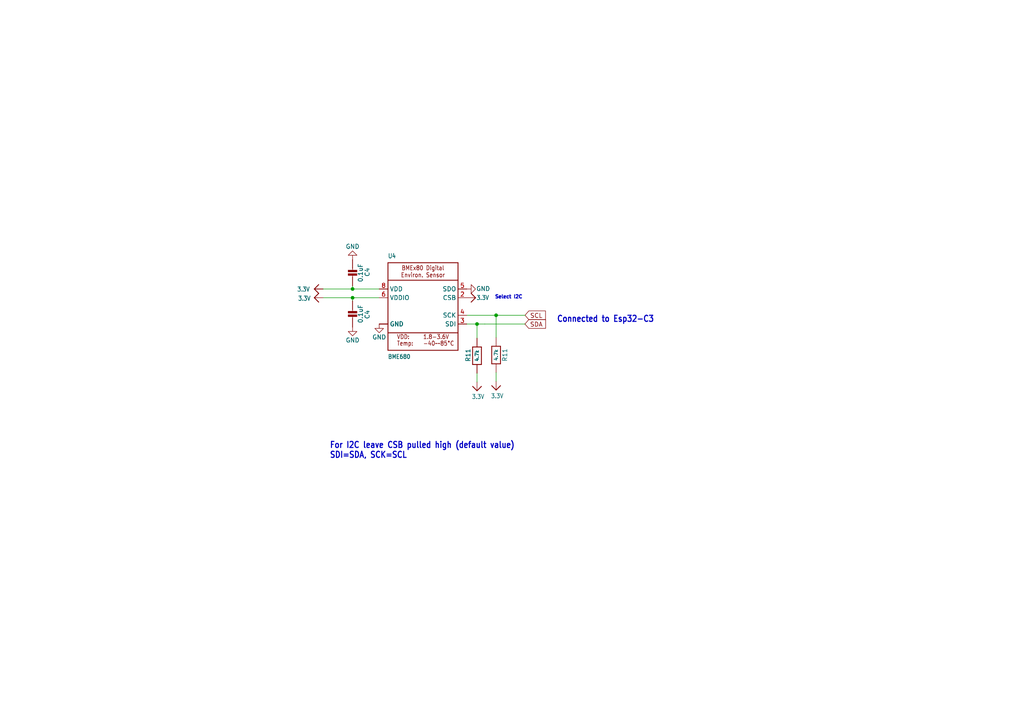
<source format=kicad_sch>
(kicad_sch (version 20230121) (generator eeschema)

  (uuid f3d46d3d-f2cd-44ff-aeb5-9ed2ed3032a0)

  (paper "A4")

  (lib_symbols
    (symbol "Adafruit BME680 Original-eagle-import:3.3V" (power) (in_bom yes) (on_board yes)
      (property "Reference" "" (at 0 0 0)
        (effects (font (size 1.27 1.27)) hide)
      )
      (property "Value" "3.3V" (at -1.524 1.016 0)
        (effects (font (size 1.27 1.0795)) (justify left bottom))
      )
      (property "Footprint" "" (at 0 0 0)
        (effects (font (size 1.27 1.27)) hide)
      )
      (property "Datasheet" "" (at 0 0 0)
        (effects (font (size 1.27 1.27)) hide)
      )
      (property "ki_locked" "" (at 0 0 0)
        (effects (font (size 1.27 1.27)))
      )
      (symbol "3.3V_1_0"
        (polyline
          (pts
            (xy -1.27 -1.27)
            (xy 0 0)
          )
          (stroke (width 0.254) (type solid))
          (fill (type none))
        )
        (polyline
          (pts
            (xy 0 0)
            (xy 1.27 -1.27)
          )
          (stroke (width 0.254) (type solid))
          (fill (type none))
        )
        (pin power_in line (at 0 -2.54 90) (length 2.54)
          (name "3.3V" (effects (font (size 0 0))))
          (number "1" (effects (font (size 0 0))))
        )
      )
    )
    (symbol "Adafruit BME680 Original-eagle-import:BME680" (in_bom yes) (on_board yes)
      (property "Reference" "IC" (at -10.16 13.97 0)
        (effects (font (size 1.27 1.0795)) (justify left bottom))
      )
      (property "Value" "" (at -10.16 -15.24 0)
        (effects (font (size 1.27 1.0795)) (justify left bottom))
      )
      (property "Footprint" "Adafruit BME680 Original:BME680" (at 0 0 0)
        (effects (font (size 1.27 1.27)) hide)
      )
      (property "Datasheet" "" (at 0 0 0)
        (effects (font (size 1.27 1.27)) hide)
      )
      (property "ki_locked" "" (at 0 0 0)
        (effects (font (size 1.27 1.27)))
      )
      (symbol "BME680_1_0"
        (polyline
          (pts
            (xy -10.16 -7.62)
            (xy -10.16 -12.7)
          )
          (stroke (width 0.254) (type solid))
          (fill (type none))
        )
        (polyline
          (pts
            (xy -10.16 -7.62)
            (xy -10.16 7.62)
          )
          (stroke (width 0.254) (type solid))
          (fill (type none))
        )
        (polyline
          (pts
            (xy -10.16 7.62)
            (xy 10.16 7.62)
          )
          (stroke (width 0.254) (type solid))
          (fill (type none))
        )
        (polyline
          (pts
            (xy -10.16 12.7)
            (xy -10.16 7.62)
          )
          (stroke (width 0.254) (type solid))
          (fill (type none))
        )
        (polyline
          (pts
            (xy -10.16 12.7)
            (xy 10.16 12.7)
          )
          (stroke (width 0.254) (type solid))
          (fill (type none))
        )
        (polyline
          (pts
            (xy 10.16 -12.7)
            (xy -10.16 -12.7)
          )
          (stroke (width 0.254) (type solid))
          (fill (type none))
        )
        (polyline
          (pts
            (xy 10.16 -7.62)
            (xy -10.16 -7.62)
          )
          (stroke (width 0.254) (type solid))
          (fill (type none))
        )
        (polyline
          (pts
            (xy 10.16 -7.62)
            (xy 10.16 -12.7)
          )
          (stroke (width 0.254) (type solid))
          (fill (type none))
        )
        (polyline
          (pts
            (xy 10.16 7.62)
            (xy 10.16 -7.62)
          )
          (stroke (width 0.254) (type solid))
          (fill (type none))
        )
        (polyline
          (pts
            (xy 10.16 12.7)
            (xy 10.16 7.62)
          )
          (stroke (width 0.254) (type solid))
          (fill (type none))
        )
        (text "-40~~85°C" (at 0 -11.43 0)
          (effects (font (size 1.27 1.0795)) (justify left bottom))
        )
        (text "1.8-3.6V" (at 0 -9.525 0)
          (effects (font (size 1.27 1.0795)) (justify left bottom))
        )
        (text "BMEx80 Digital\nEnviron. Sensor" (at 0 10.16 0)
          (effects (font (size 1.27 1.0795)))
        )
        (text "Temp:" (at -7.62 -11.43 0)
          (effects (font (size 1.27 1.0795)) (justify left bottom))
        )
        (text "VDD:" (at -7.62 -9.525 0)
          (effects (font (size 1.27 1.0795)) (justify left bottom))
        )
        (pin power_in line (at -12.7 -5.08 0) (length 2.54)
          (name "GND" (effects (font (size 1.27 1.27))))
          (number "1" (effects (font (size 0 0))))
        )
        (pin input line (at 12.7 2.54 180) (length 2.54)
          (name "CSB" (effects (font (size 1.27 1.27))))
          (number "2" (effects (font (size 1.27 1.27))))
        )
        (pin input line (at 12.7 -5.08 180) (length 2.54)
          (name "SDI" (effects (font (size 1.27 1.27))))
          (number "3" (effects (font (size 1.27 1.27))))
        )
        (pin input line (at 12.7 -2.54 180) (length 2.54)
          (name "SCK" (effects (font (size 1.27 1.27))))
          (number "4" (effects (font (size 1.27 1.27))))
        )
        (pin output line (at 12.7 5.08 180) (length 2.54)
          (name "SDO" (effects (font (size 1.27 1.27))))
          (number "5" (effects (font (size 1.27 1.27))))
        )
        (pin power_in line (at -12.7 2.54 0) (length 2.54)
          (name "VDDIO" (effects (font (size 1.27 1.27))))
          (number "6" (effects (font (size 1.27 1.27))))
        )
        (pin power_in line (at -12.7 -5.08 0) (length 2.54)
          (name "GND" (effects (font (size 1.27 1.27))))
          (number "7" (effects (font (size 0 0))))
        )
        (pin power_in line (at -12.7 5.08 0) (length 2.54)
          (name "VDD" (effects (font (size 1.27 1.27))))
          (number "8" (effects (font (size 1.27 1.27))))
        )
      )
    )
    (symbol "Adafruit BME680 Original-eagle-import:RESISTOR_0603_NOOUT" (in_bom yes) (on_board yes)
      (property "Reference" "R" (at 0 2.54 0)
        (effects (font (size 1.27 1.27)))
      )
      (property "Value" "" (at 0 0 0)
        (effects (font (size 1.016 1.016) bold))
      )
      (property "Footprint" "Adafruit BME680 Original:0603-NO" (at 0 0 0)
        (effects (font (size 1.27 1.27)) hide)
      )
      (property "Datasheet" "" (at 0 0 0)
        (effects (font (size 1.27 1.27)) hide)
      )
      (property "ki_locked" "" (at 0 0 0)
        (effects (font (size 1.27 1.27)))
      )
      (symbol "RESISTOR_0603_NOOUT_1_0"
        (polyline
          (pts
            (xy -2.54 -1.27)
            (xy -2.54 1.27)
          )
          (stroke (width 0.254) (type solid))
          (fill (type none))
        )
        (polyline
          (pts
            (xy -2.54 1.27)
            (xy 2.54 1.27)
          )
          (stroke (width 0.254) (type solid))
          (fill (type none))
        )
        (polyline
          (pts
            (xy 2.54 -1.27)
            (xy -2.54 -1.27)
          )
          (stroke (width 0.254) (type solid))
          (fill (type none))
        )
        (polyline
          (pts
            (xy 2.54 1.27)
            (xy 2.54 -1.27)
          )
          (stroke (width 0.254) (type solid))
          (fill (type none))
        )
        (pin passive line (at -5.08 0 0) (length 2.54)
          (name "1" (effects (font (size 0 0))))
          (number "1" (effects (font (size 0 0))))
        )
        (pin passive line (at 5.08 0 180) (length 2.54)
          (name "2" (effects (font (size 0 0))))
          (number "2" (effects (font (size 0 0))))
        )
      )
    )
    (symbol "Adafruit QT Py ESP32-C3-eagle-import:CAP_CERAMIC_0402NO" (in_bom yes) (on_board yes)
      (property "Reference" "C" (at -2.29 1.25 90)
        (effects (font (size 1.27 1.27)))
      )
      (property "Value" "CAP_CERAMIC_0402NO" (at 2.3 1.25 90)
        (effects (font (size 1.27 1.27)))
      )
      (property "Footprint" "Adafruit QT Py ESP32-C3:_0402NO" (at 0 0 0)
        (effects (font (size 1.27 1.27)) hide)
      )
      (property "Datasheet" "" (at 0 0 0)
        (effects (font (size 1.27 1.27)) hide)
      )
      (property "ki_locked" "" (at 0 0 0)
        (effects (font (size 1.27 1.27)))
      )
      (symbol "CAP_CERAMIC_0402NO_1_0"
        (rectangle (start -1.27 0.508) (end 1.27 1.016)
          (stroke (width 0) (type default))
          (fill (type outline))
        )
        (rectangle (start -1.27 1.524) (end 1.27 2.032)
          (stroke (width 0) (type default))
          (fill (type outline))
        )
        (polyline
          (pts
            (xy 0 0.762)
            (xy 0 0)
          )
          (stroke (width 0.1524) (type default))
          (fill (type none))
        )
        (polyline
          (pts
            (xy 0 2.54)
            (xy 0 1.778)
          )
          (stroke (width 0.1524) (type default))
          (fill (type none))
        )
        (pin passive line (at 0 5.08 270) (length 2.54)
          (name "1" (effects (font (size 0 0))))
          (number "1" (effects (font (size 0 0))))
        )
        (pin passive line (at 0 -2.54 90) (length 2.54)
          (name "2" (effects (font (size 0 0))))
          (number "2" (effects (font (size 0 0))))
        )
      )
    )
    (symbol "power:GND" (power) (pin_names (offset 0)) (in_bom yes) (on_board yes)
      (property "Reference" "#PWR" (at 0 -6.35 0)
        (effects (font (size 1.27 1.27)) hide)
      )
      (property "Value" "GND" (at 0 -3.81 0)
        (effects (font (size 1.27 1.27)))
      )
      (property "Footprint" "" (at 0 0 0)
        (effects (font (size 1.27 1.27)) hide)
      )
      (property "Datasheet" "" (at 0 0 0)
        (effects (font (size 1.27 1.27)) hide)
      )
      (property "ki_keywords" "global power" (at 0 0 0)
        (effects (font (size 1.27 1.27)) hide)
      )
      (property "ki_description" "Power symbol creates a global label with name \"GND\" , ground" (at 0 0 0)
        (effects (font (size 1.27 1.27)) hide)
      )
      (symbol "GND_0_1"
        (polyline
          (pts
            (xy 0 0)
            (xy 0 -1.27)
            (xy 1.27 -1.27)
            (xy 0 -2.54)
            (xy -1.27 -1.27)
            (xy 0 -1.27)
          )
          (stroke (width 0) (type default))
          (fill (type none))
        )
      )
      (symbol "GND_1_1"
        (pin power_in line (at 0 0 270) (length 0) hide
          (name "GND" (effects (font (size 1.27 1.27))))
          (number "1" (effects (font (size 1.27 1.27))))
        )
      )
    )
  )

  (junction (at 102.2604 83.82) (diameter 0) (color 0 0 0 0)
    (uuid 02d653e5-fa0a-4606-aad2-91ef9b809cd5)
  )
  (junction (at 143.891 91.44) (diameter 0) (color 0 0 0 0)
    (uuid 1e7f7efb-d433-4e8b-a92d-c99b5d1305f8)
  )
  (junction (at 138.3538 93.98) (diameter 0) (color 0 0 0 0)
    (uuid 29f3a2a5-9272-4636-9a21-3aa685869626)
  )
  (junction (at 102.2604 86.36) (diameter 0) (color 0 0 0 0)
    (uuid 31cec66d-14cb-45c4-ac9d-038a57f3e23f)
  )

  (wire (pts (xy 140.6144 93.98) (xy 138.3538 93.98))
    (stroke (width 0.1524) (type solid))
    (uuid 2643a5c6-26a7-40fe-adef-88461eddbfd1)
  )
  (wire (pts (xy 138.3538 108.2548) (xy 138.3538 110.7948))
    (stroke (width 0.1524) (type solid))
    (uuid 2dbfbae8-a1a4-4936-86b1-faf403ee20fa)
  )
  (wire (pts (xy 102.2604 83.82) (xy 102.2604 82.931))
    (stroke (width 0) (type default))
    (uuid 4b1fbe37-1438-4ad9-8fb1-a93397fb2013)
  )
  (wire (pts (xy 102.2604 86.36) (xy 102.2604 87.249))
    (stroke (width 0) (type default))
    (uuid 5a6d6961-2605-4e08-b7ae-fe806cbaa6a7)
  )
  (wire (pts (xy 93.7006 83.82) (xy 102.2604 83.82))
    (stroke (width 0) (type default))
    (uuid 8fe2af9b-f454-4f99-978d-13e08f744c9d)
  )
  (wire (pts (xy 135.382 91.44) (xy 143.891 91.44))
    (stroke (width 0) (type default))
    (uuid 9810fc0f-06f0-43ee-809c-525309bf7212)
  )
  (wire (pts (xy 143.891 91.44) (xy 143.891 97.8916))
    (stroke (width 0) (type default))
    (uuid 9bcb03e3-9e16-4b02-b431-12fd69737f34)
  )
  (wire (pts (xy 138.3538 93.98) (xy 138.3538 98.0948))
    (stroke (width 0) (type default))
    (uuid a5a2d44b-51d8-4b44-98ba-b7bfbc673851)
  )
  (wire (pts (xy 93.7006 86.36) (xy 102.2604 86.36))
    (stroke (width 0) (type default))
    (uuid a8f84913-d25a-4477-947f-ea6207d6a29e)
  )
  (wire (pts (xy 109.982 86.36) (xy 102.2604 86.36))
    (stroke (width 0) (type default))
    (uuid bba2c40c-df3b-48ab-9397-392802041360)
  )
  (wire (pts (xy 109.982 83.82) (xy 102.2604 83.82))
    (stroke (width 0) (type default))
    (uuid c81faae2-a2f5-4262-bc9c-25034037dc3f)
  )
  (wire (pts (xy 140.6144 93.98) (xy 152.2476 93.98))
    (stroke (width 0) (type default))
    (uuid d188903e-d1b6-4c3e-bd12-d57395e9124a)
  )
  (wire (pts (xy 143.891 110.5916) (xy 143.891 108.0516))
    (stroke (width 0.1524) (type solid))
    (uuid e6d23f4f-d4d5-467f-85ff-7482b79e3e33)
  )
  (wire (pts (xy 138.3538 93.98) (xy 135.382 93.98))
    (stroke (width 0.1524) (type solid))
    (uuid f18ec059-0648-45ea-bc83-325e338412c5)
  )
  (wire (pts (xy 143.891 91.44) (xy 152.273 91.44))
    (stroke (width 0) (type default))
    (uuid f5e475c5-6ca5-4e6a-bba5-b7a774afc5e3)
  )

  (text "Select I2C" (at 151.6126 86.8426 0)
    (effects (font (size 1 1) (thickness 0.3023) bold) (justify right bottom))
    (uuid 73fc59c4-1669-4f86-ad08-12876d0a5eb3)
  )
  (text "Connected to Esp32-C3" (at 189.7888 93.7006 0)
    (effects (font (size 1.778 1.5113) (thickness 0.3023) bold) (justify right bottom))
    (uuid e2caaba4-1f00-46c2-b3c0-4e50186119ed)
  )
  (text "For I2C leave CSB pulled high (default value)\nSDI=SDA, SCK=SCL"
    (at 95.5802 133.1468 0)
    (effects (font (size 1.778 1.5113) (thickness 0.3023) bold) (justify left bottom))
    (uuid ede9852d-95ad-477d-ac92-fb0d9282e74f)
  )

  (global_label "SCL" (shape input) (at 152.273 91.44 0) (fields_autoplaced)
    (effects (font (size 1.27 1.27)) (justify left))
    (uuid 05a84c5f-5099-460e-a42d-20635fa7cc7d)
    (property "Intersheetrefs" "${INTERSHEET_REFS}" (at 158.6864 91.44 0)
      (effects (font (size 1.27 1.27)) (justify left) hide)
    )
  )
  (global_label "SDA" (shape input) (at 152.2476 93.98 0) (fields_autoplaced)
    (effects (font (size 1.27 1.27)) (justify left))
    (uuid 1fb6dcf6-6456-4f02-a340-9b707bec2932)
    (property "Intersheetrefs" "${INTERSHEET_REFS}" (at 158.7215 93.98 0)
      (effects (font (size 1.27 1.27)) (justify left) hide)
    )
  )

  (symbol (lib_id "power:GND") (at 102.2604 94.869 0) (mirror y) (unit 1)
    (in_bom yes) (on_board yes) (dnp no)
    (uuid 1e6ca871-48c6-4eb6-a05b-8fd4ae01407a)
    (property "Reference" "#U$034" (at 102.2604 101.219 0)
      (effects (font (size 1.27 1.27)) hide)
    )
    (property "Value" "GND" (at 102.2604 98.679 0)
      (effects (font (size 1.27 1.27)))
    )
    (property "Footprint" "" (at 102.2604 94.869 0)
      (effects (font (size 1.27 1.27)) hide)
    )
    (property "Datasheet" "" (at 102.2604 94.869 0)
      (effects (font (size 1.27 1.27)) hide)
    )
    (pin "1" (uuid 6d2febd0-8e49-481f-8674-f638d16f0ae7))
    (instances
      (project "Adafruit QT Py ESP32-C3"
        (path "/4a82b82c-3816-4781-a5f7-2fa1a050ffb2"
          (reference "#U$034") (unit 1)
        )
        (path "/4a82b82c-3816-4781-a5f7-2fa1a050ffb2/45f49680-9ad6-4ee5-9cbe-6fd86a0c854f"
          (reference "#U$025") (unit 1)
        )
      )
      (project "Adafruit BME680 Original"
        (path "/bc613e0f-c0cd-484d-91cf-3a79bc24c981"
          (reference "#U$3") (unit 1)
        )
      )
    )
  )

  (symbol (lib_id "Adafruit BME680 Original-eagle-import:RESISTOR_0603_NOOUT") (at 138.3538 103.1748 270) (unit 1)
    (in_bom yes) (on_board yes) (dnp no)
    (uuid 4892c28d-144e-4751-b3de-33eb7b5e3304)
    (property "Reference" "R11" (at 135.763 103.0224 0)
      (effects (font (size 1.27 1.27)))
    )
    (property "Value" "4.7k" (at 138.3538 103.1748 0)
      (effects (font (size 1.016 1.016) bold))
    )
    (property "Footprint" "Ahsan Libs:R_0402_1005Metric" (at 138.3538 103.1748 0)
      (effects (font (size 1.27 1.27)) hide)
    )
    (property "Datasheet" "" (at 138.3538 103.1748 0)
      (effects (font (size 1.27 1.27)) hide)
    )
    (pin "1" (uuid dfa3eeb4-7dcc-4b4f-9b2b-593b469bf4d6))
    (pin "2" (uuid 708ced17-571a-4199-992b-f7b843a0203c))
    (instances
      (project "Adafruit QT Py ESP32-C3"
        (path "/4a82b82c-3816-4781-a5f7-2fa1a050ffb2"
          (reference "R11") (unit 1)
        )
        (path "/4a82b82c-3816-4781-a5f7-2fa1a050ffb2/45f49680-9ad6-4ee5-9cbe-6fd86a0c854f"
          (reference "R23") (unit 1)
        )
      )
      (project "Adafruit BME680 Original"
        (path "/bc613e0f-c0cd-484d-91cf-3a79bc24c981"
          (reference "R4") (unit 1)
        )
      )
    )
  )

  (symbol (lib_id "Adafruit BME680 Original-eagle-import:RESISTOR_0603_NOOUT") (at 143.891 102.9716 270) (unit 1)
    (in_bom yes) (on_board yes) (dnp no)
    (uuid 51a8b23d-6201-4d73-9d3a-3a67fcd1133f)
    (property "Reference" "R11" (at 146.431 102.9716 0)
      (effects (font (size 1.27 1.27)))
    )
    (property "Value" "4.7k" (at 143.891 102.9716 0)
      (effects (font (size 1.016 1.016) bold))
    )
    (property "Footprint" "Ahsan Libs:R_0402_1005Metric" (at 143.891 102.9716 0)
      (effects (font (size 1.27 1.27)) hide)
    )
    (property "Datasheet" "" (at 143.891 102.9716 0)
      (effects (font (size 1.27 1.27)) hide)
    )
    (pin "1" (uuid 53993a2f-6d82-4429-8e13-f7b51ff8e588))
    (pin "2" (uuid cbc89c6d-5244-494d-8561-85165b88d75e))
    (instances
      (project "Adafruit QT Py ESP32-C3"
        (path "/4a82b82c-3816-4781-a5f7-2fa1a050ffb2"
          (reference "R11") (unit 1)
        )
        (path "/4a82b82c-3816-4781-a5f7-2fa1a050ffb2/45f49680-9ad6-4ee5-9cbe-6fd86a0c854f"
          (reference "R22") (unit 1)
        )
      )
      (project "Adafruit BME680 Original"
        (path "/bc613e0f-c0cd-484d-91cf-3a79bc24c981"
          (reference "R4") (unit 1)
        )
      )
    )
  )

  (symbol (lib_id "Adafruit BME680 Original-eagle-import:BME680") (at 122.682 88.9 0) (unit 1)
    (in_bom yes) (on_board yes) (dnp no)
    (uuid 5658e506-80ff-42ea-819b-59df9f02f165)
    (property "Reference" "U4" (at 112.522 74.93 0)
      (effects (font (size 1.27 1.0795)) (justify left bottom))
    )
    (property "Value" "BME680" (at 112.522 104.14 0)
      (effects (font (size 1.27 1.0795)) (justify left bottom))
    )
    (property "Footprint" "Ahsan Libs:BME680-LGA-8_L3.0-W3.0-P0.80-TR" (at 122.682 88.9 0)
      (effects (font (size 1.27 1.27)) hide)
    )
    (property "Datasheet" "" (at 122.682 88.9 0)
      (effects (font (size 1.27 1.27)) hide)
    )
    (property "LCSC" "C125972" (at 122.682 88.9 0)
      (effects (font (size 1.27 1.27)) hide)
    )
    (pin "1" (uuid ff9143a6-22c0-43fc-932c-5da9a49f2fe6))
    (pin "2" (uuid d378565b-d212-42d3-abf7-b364533254fb))
    (pin "3" (uuid d1629bca-6cfc-4e66-b7b0-5872900095a5))
    (pin "4" (uuid 9023236c-8678-47f0-b384-85f510a09605))
    (pin "5" (uuid 22462e63-ea5a-4deb-86ed-e704afced5da))
    (pin "6" (uuid 99e0c6ba-0d40-4711-97a8-b535a7a1c544))
    (pin "7" (uuid 5d253ad1-3682-4ce0-b027-909bab75958a))
    (pin "8" (uuid 5a10b5ca-7df5-4f4a-b991-75f08d08fc0a))
    (instances
      (project "Adafruit QT Py ESP32-C3"
        (path "/4a82b82c-3816-4781-a5f7-2fa1a050ffb2"
          (reference "U4") (unit 1)
        )
        (path "/4a82b82c-3816-4781-a5f7-2fa1a050ffb2/45f49680-9ad6-4ee5-9cbe-6fd86a0c854f"
          (reference "U3") (unit 1)
        )
      )
      (project "Adafruit BME680 Original"
        (path "/bc613e0f-c0cd-484d-91cf-3a79bc24c981"
          (reference "U1") (unit 1)
        )
      )
    )
  )

  (symbol (lib_id "Adafruit BME680 Original-eagle-import:3.3V") (at 91.1606 83.82 90) (unit 1)
    (in_bom yes) (on_board yes) (dnp no)
    (uuid 773a51b5-95a6-47ef-be51-1ad5e65ddc82)
    (property "Reference" "#U$030" (at 91.1606 83.82 0)
      (effects (font (size 1.27 1.27)) hide)
    )
    (property "Value" "3.3V" (at 89.8652 83.2104 90)
      (effects (font (size 1.27 1.0795)) (justify left bottom))
    )
    (property "Footprint" "" (at 91.1606 83.82 0)
      (effects (font (size 1.27 1.27)) hide)
    )
    (property "Datasheet" "" (at 91.1606 83.82 0)
      (effects (font (size 1.27 1.27)) hide)
    )
    (pin "1" (uuid 84083969-f285-4995-9e62-3d66a7938569))
    (instances
      (project "Adafruit QT Py ESP32-C3"
        (path "/4a82b82c-3816-4781-a5f7-2fa1a050ffb2"
          (reference "#U$030") (unit 1)
        )
        (path "/4a82b82c-3816-4781-a5f7-2fa1a050ffb2/45f49680-9ad6-4ee5-9cbe-6fd86a0c854f"
          (reference "#U$016") (unit 1)
        )
      )
      (project "Adafruit BME680 Original"
        (path "/bc613e0f-c0cd-484d-91cf-3a79bc24c981"
          (reference "#U$12") (unit 1)
        )
      )
    )
  )

  (symbol (lib_id "Adafruit BME680 Original-eagle-import:3.3V") (at 138.3538 113.3348 0) (mirror x) (unit 1)
    (in_bom yes) (on_board yes) (dnp no)
    (uuid 8b60a43f-c9e5-480d-94f2-226fc6c8786b)
    (property "Reference" "#U$012" (at 138.3538 113.3348 0)
      (effects (font (size 1.27 1.27)) hide)
    )
    (property "Value" "3.3V" (at 136.8298 114.3508 0)
      (effects (font (size 1.27 1.0795)) (justify left bottom))
    )
    (property "Footprint" "" (at 138.3538 113.3348 0)
      (effects (font (size 1.27 1.27)) hide)
    )
    (property "Datasheet" "" (at 138.3538 113.3348 0)
      (effects (font (size 1.27 1.27)) hide)
    )
    (pin "1" (uuid ed0aa213-7045-4ebf-b71e-850338a231e7))
    (instances
      (project "Adafruit QT Py ESP32-C3"
        (path "/4a82b82c-3816-4781-a5f7-2fa1a050ffb2"
          (reference "#U$012") (unit 1)
        )
        (path "/4a82b82c-3816-4781-a5f7-2fa1a050ffb2/45f49680-9ad6-4ee5-9cbe-6fd86a0c854f"
          (reference "#U$033") (unit 1)
        )
      )
      (project "Adafruit BME680 Original"
        (path "/bc613e0f-c0cd-484d-91cf-3a79bc24c981"
          (reference "#U$26") (unit 1)
        )
      )
    )
  )

  (symbol (lib_id "Adafruit QT Py ESP32-C3-eagle-import:CAP_CERAMIC_0402NO") (at 102.2604 89.789 0) (mirror x) (unit 1)
    (in_bom yes) (on_board yes) (dnp no)
    (uuid 8cae51ed-4b09-4894-9734-7b3fced1f8e0)
    (property "Reference" "C4" (at 106.5276 91.2368 90)
      (effects (font (size 1.27 1.27)))
    )
    (property "Value" "0.1uF" (at 104.5604 91.039 90)
      (effects (font (size 1.27 1.27)))
    )
    (property "Footprint" "Ahsan Libs:C_0402_1005Metric" (at 102.2604 89.789 0)
      (effects (font (size 1.27 1.27)) hide)
    )
    (property "Datasheet" "" (at 102.2604 89.789 0)
      (effects (font (size 1.27 1.27)) hide)
    )
    (pin "1" (uuid b9f7ee13-ff5f-425f-a1af-34c65244f46c))
    (pin "2" (uuid c42a0791-5279-4274-a07e-0de246f429bf))
    (instances
      (project "Adafruit QT Py ESP32-C3"
        (path "/4a82b82c-3816-4781-a5f7-2fa1a050ffb2"
          (reference "C4") (unit 1)
        )
        (path "/4a82b82c-3816-4781-a5f7-2fa1a050ffb2/45f49680-9ad6-4ee5-9cbe-6fd86a0c854f"
          (reference "C12") (unit 1)
        )
      )
    )
  )

  (symbol (lib_id "Adafruit BME680 Original-eagle-import:3.3V") (at 137.922 86.36 270) (mirror x) (unit 1)
    (in_bom yes) (on_board yes) (dnp no)
    (uuid a25b4615-8040-4dd9-99fb-017c1182bc74)
    (property "Reference" "#U$012" (at 137.922 86.36 0)
      (effects (font (size 1.27 1.27)) hide)
    )
    (property "Value" "3.3V" (at 138.176 85.6488 90)
      (effects (font (size 1.27 1.0795)) (justify left bottom))
    )
    (property "Footprint" "" (at 137.922 86.36 0)
      (effects (font (size 1.27 1.27)) hide)
    )
    (property "Datasheet" "" (at 137.922 86.36 0)
      (effects (font (size 1.27 1.27)) hide)
    )
    (pin "1" (uuid 7f6685eb-6e25-4218-af2e-8261527c8798))
    (instances
      (project "Adafruit QT Py ESP32-C3"
        (path "/4a82b82c-3816-4781-a5f7-2fa1a050ffb2"
          (reference "#U$012") (unit 1)
        )
        (path "/4a82b82c-3816-4781-a5f7-2fa1a050ffb2/45f49680-9ad6-4ee5-9cbe-6fd86a0c854f"
          (reference "#U$034") (unit 1)
        )
      )
      (project "Adafruit BME680 Original"
        (path "/bc613e0f-c0cd-484d-91cf-3a79bc24c981"
          (reference "#U$26") (unit 1)
        )
      )
    )
  )

  (symbol (lib_id "power:GND") (at 102.2604 75.311 180) (unit 1)
    (in_bom yes) (on_board yes) (dnp no)
    (uuid a875d9e3-8eb6-4ff1-af7c-a51a85fd1173)
    (property "Reference" "#U$034" (at 102.2604 68.961 0)
      (effects (font (size 1.27 1.27)) hide)
    )
    (property "Value" "GND" (at 102.2604 71.501 0)
      (effects (font (size 1.27 1.27)))
    )
    (property "Footprint" "" (at 102.2604 75.311 0)
      (effects (font (size 1.27 1.27)) hide)
    )
    (property "Datasheet" "" (at 102.2604 75.311 0)
      (effects (font (size 1.27 1.27)) hide)
    )
    (pin "1" (uuid 2c1c1f2e-da38-41b5-8d2d-125c119e05c9))
    (instances
      (project "Adafruit QT Py ESP32-C3"
        (path "/4a82b82c-3816-4781-a5f7-2fa1a050ffb2"
          (reference "#U$034") (unit 1)
        )
        (path "/4a82b82c-3816-4781-a5f7-2fa1a050ffb2/45f49680-9ad6-4ee5-9cbe-6fd86a0c854f"
          (reference "#U$014") (unit 1)
        )
      )
      (project "Adafruit BME680 Original"
        (path "/bc613e0f-c0cd-484d-91cf-3a79bc24c981"
          (reference "#U$3") (unit 1)
        )
      )
    )
  )

  (symbol (lib_id "power:GND") (at 135.382 83.82 90) (unit 1)
    (in_bom yes) (on_board yes) (dnp no)
    (uuid af2f08f5-c2a5-405d-b8f5-cc2338df4082)
    (property "Reference" "#U$034" (at 141.732 83.82 0)
      (effects (font (size 1.27 1.27)) hide)
    )
    (property "Value" "GND" (at 140.1318 83.7438 90)
      (effects (font (size 1.27 1.27)))
    )
    (property "Footprint" "" (at 135.382 83.82 0)
      (effects (font (size 1.27 1.27)) hide)
    )
    (property "Datasheet" "" (at 135.382 83.82 0)
      (effects (font (size 1.27 1.27)) hide)
    )
    (pin "1" (uuid 9a36958c-9bf8-4efb-a552-d678a7b441ac))
    (instances
      (project "Adafruit QT Py ESP32-C3"
        (path "/4a82b82c-3816-4781-a5f7-2fa1a050ffb2"
          (reference "#U$034") (unit 1)
        )
        (path "/4a82b82c-3816-4781-a5f7-2fa1a050ffb2/45f49680-9ad6-4ee5-9cbe-6fd86a0c854f"
          (reference "#U$035") (unit 1)
        )
      )
      (project "Adafruit BME680 Original"
        (path "/bc613e0f-c0cd-484d-91cf-3a79bc24c981"
          (reference "#U$3") (unit 1)
        )
      )
    )
  )

  (symbol (lib_id "Adafruit QT Py ESP32-C3-eagle-import:CAP_CERAMIC_0402NO") (at 102.2604 80.391 0) (unit 1)
    (in_bom yes) (on_board yes) (dnp no)
    (uuid cf4987ec-e6f5-42be-8130-26c336c1d2cf)
    (property "Reference" "C4" (at 106.5276 78.9432 90)
      (effects (font (size 1.27 1.27)))
    )
    (property "Value" "0.1uF" (at 104.5604 79.141 90)
      (effects (font (size 1.27 1.27)))
    )
    (property "Footprint" "Ahsan Libs:C_0402_1005Metric" (at 102.2604 80.391 0)
      (effects (font (size 1.27 1.27)) hide)
    )
    (property "Datasheet" "" (at 102.2604 80.391 0)
      (effects (font (size 1.27 1.27)) hide)
    )
    (pin "1" (uuid bceb397c-a830-46fc-819c-e7aa5f78ada3))
    (pin "2" (uuid be815121-6f3e-4e22-9049-98dde70e29e3))
    (instances
      (project "Adafruit QT Py ESP32-C3"
        (path "/4a82b82c-3816-4781-a5f7-2fa1a050ffb2"
          (reference "C4") (unit 1)
        )
        (path "/4a82b82c-3816-4781-a5f7-2fa1a050ffb2/45f49680-9ad6-4ee5-9cbe-6fd86a0c854f"
          (reference "C5") (unit 1)
        )
      )
    )
  )

  (symbol (lib_id "Adafruit BME680 Original-eagle-import:3.3V") (at 91.1606 86.36 90) (mirror x) (unit 1)
    (in_bom yes) (on_board yes) (dnp no)
    (uuid d4369930-d316-43e3-a423-34f9150808d6)
    (property "Reference" "#U$030" (at 91.1606 86.36 0)
      (effects (font (size 1.27 1.27)) hide)
    )
    (property "Value" "3.3V" (at 90.1192 87.249 90)
      (effects (font (size 1.27 1.0795)) (justify left bottom))
    )
    (property "Footprint" "" (at 91.1606 86.36 0)
      (effects (font (size 1.27 1.27)) hide)
    )
    (property "Datasheet" "" (at 91.1606 86.36 0)
      (effects (font (size 1.27 1.27)) hide)
    )
    (pin "1" (uuid 9de8d7d6-d108-4a0f-8e30-4ba6333c137a))
    (instances
      (project "Adafruit QT Py ESP32-C3"
        (path "/4a82b82c-3816-4781-a5f7-2fa1a050ffb2"
          (reference "#U$030") (unit 1)
        )
        (path "/4a82b82c-3816-4781-a5f7-2fa1a050ffb2/45f49680-9ad6-4ee5-9cbe-6fd86a0c854f"
          (reference "#U$031") (unit 1)
        )
      )
      (project "Adafruit BME680 Original"
        (path "/bc613e0f-c0cd-484d-91cf-3a79bc24c981"
          (reference "#U$12") (unit 1)
        )
      )
    )
  )

  (symbol (lib_id "power:GND") (at 109.982 93.98 0) (unit 1)
    (in_bom yes) (on_board yes) (dnp no)
    (uuid e070c023-1670-4160-8047-ff44caad49ed)
    (property "Reference" "#U$034" (at 109.982 100.33 0)
      (effects (font (size 1.27 1.27)) hide)
    )
    (property "Value" "GND" (at 109.982 97.79 0)
      (effects (font (size 1.27 1.27)))
    )
    (property "Footprint" "" (at 109.982 93.98 0)
      (effects (font (size 1.27 1.27)) hide)
    )
    (property "Datasheet" "" (at 109.982 93.98 0)
      (effects (font (size 1.27 1.27)) hide)
    )
    (pin "1" (uuid 4bcd2ce9-dffa-4d63-aa1d-645a2d13f8f8))
    (instances
      (project "Adafruit QT Py ESP32-C3"
        (path "/4a82b82c-3816-4781-a5f7-2fa1a050ffb2"
          (reference "#U$034") (unit 1)
        )
        (path "/4a82b82c-3816-4781-a5f7-2fa1a050ffb2/45f49680-9ad6-4ee5-9cbe-6fd86a0c854f"
          (reference "#U$018") (unit 1)
        )
      )
      (project "Adafruit BME680 Original"
        (path "/bc613e0f-c0cd-484d-91cf-3a79bc24c981"
          (reference "#U$3") (unit 1)
        )
      )
    )
  )

  (symbol (lib_id "Adafruit BME680 Original-eagle-import:3.3V") (at 143.891 113.1316 0) (mirror x) (unit 1)
    (in_bom yes) (on_board yes) (dnp no)
    (uuid fd1de749-d4e9-41d5-bf12-66ece096d2e7)
    (property "Reference" "#U$012" (at 143.891 113.1316 0)
      (effects (font (size 1.27 1.27)) hide)
    )
    (property "Value" "3.3V" (at 142.367 114.1476 0)
      (effects (font (size 1.27 1.0795)) (justify left bottom))
    )
    (property "Footprint" "" (at 143.891 113.1316 0)
      (effects (font (size 1.27 1.27)) hide)
    )
    (property "Datasheet" "" (at 143.891 113.1316 0)
      (effects (font (size 1.27 1.27)) hide)
    )
    (pin "1" (uuid c23d2aeb-80ed-4fde-8c43-e30e7c8d1b56))
    (instances
      (project "Adafruit QT Py ESP32-C3"
        (path "/4a82b82c-3816-4781-a5f7-2fa1a050ffb2"
          (reference "#U$012") (unit 1)
        )
        (path "/4a82b82c-3816-4781-a5f7-2fa1a050ffb2/45f49680-9ad6-4ee5-9cbe-6fd86a0c854f"
          (reference "#U$032") (unit 1)
        )
      )
      (project "Adafruit BME680 Original"
        (path "/bc613e0f-c0cd-484d-91cf-3a79bc24c981"
          (reference "#U$26") (unit 1)
        )
      )
    )
  )
)

</source>
